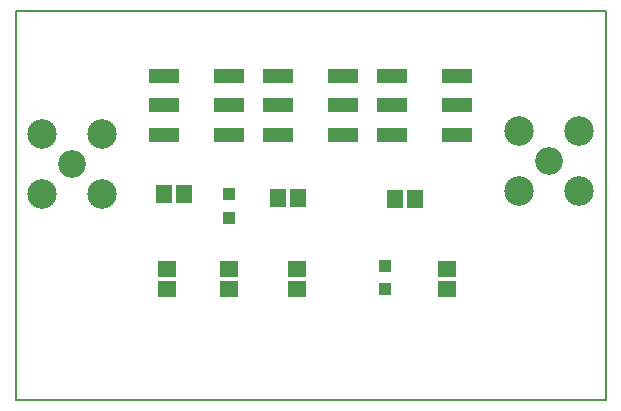
<source format=gts>
G75*
%MOIN*%
%OFA0B0*%
%FSLAX24Y24*%
%IPPOS*%
%LPD*%
%AMOC8*
5,1,8,0,0,1.08239X$1,22.5*
%
%ADD10C,0.0050*%
%ADD11R,0.0631X0.0552*%
%ADD12R,0.0434X0.0434*%
%ADD13R,0.0552X0.0631*%
%ADD14R,0.1024X0.0512*%
%ADD15C,0.0985*%
%ADD16C,0.0926*%
D10*
X001003Y001149D02*
X020688Y001149D01*
X020688Y014141D01*
X001003Y014141D01*
X001003Y001149D01*
D11*
X006066Y004857D03*
X006066Y005526D03*
X008109Y005526D03*
X008109Y004857D03*
X010400Y004857D03*
X010400Y005526D03*
X015377Y005526D03*
X015377Y004857D03*
D12*
X013306Y004853D03*
X013306Y005641D03*
X008109Y007231D03*
X008109Y008019D03*
D13*
X006617Y008015D03*
X005948Y008015D03*
X009755Y007900D03*
X010424Y007900D03*
X013660Y007869D03*
X014330Y007869D03*
D14*
X013566Y010011D03*
X013566Y010995D03*
X013566Y011979D03*
X011920Y011979D03*
X011920Y010995D03*
X011920Y010011D03*
X009755Y010011D03*
X009755Y010995D03*
X009755Y011979D03*
X008109Y011979D03*
X008109Y010995D03*
X008109Y010011D03*
X005944Y010011D03*
X005944Y010995D03*
X005944Y011979D03*
X015731Y011979D03*
X015731Y010995D03*
X015731Y010011D03*
D15*
X017786Y010133D03*
X019786Y010133D03*
X019786Y008133D03*
X017786Y008133D03*
X003893Y008023D03*
X001893Y008023D03*
X001893Y010023D03*
X003893Y010023D03*
D16*
X002893Y009023D03*
X018786Y009133D03*
M02*

</source>
